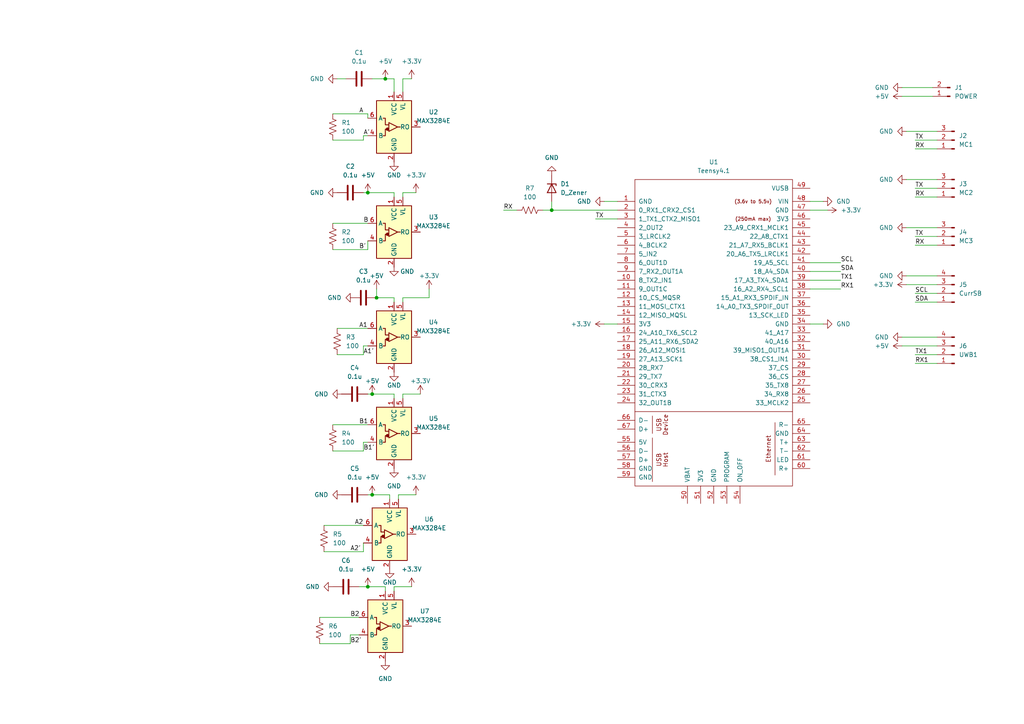
<source format=kicad_sch>
(kicad_sch (version 20211123) (generator eeschema)
  (paper "A4")
  (lib_symbols
    (symbol "Connector:Conn_01x02_Male" (pin_names (offset 1.016) hide)
      (property "Reference" "J" (at 0 2.54 0))
      (property "Value" "Conn_01x02_Male" (at 0 -5.08 0))
      (symbol "Conn_01x02_Male_1_1"
        (polyline (pts (xy 1.27 -2.54) (xy 0.8636 -2.54)) (stroke (width 0.1524)))
        (polyline (pts (xy 1.27 0) (xy 0.8636 0)) (stroke (width 0.1524)))
        (rectangle (start 0.8636 -2.413) (end 0 -2.667) (stroke (width 0.1524)) (fill (type outline)))
        (rectangle (start 0.8636 0.127) (end 0 -0.127) (stroke (width 0.1524)) (fill (type outline)))
        (pin passive line (at 5.08 0 180) (length 3.81) (name "Pin_1") (number "1"))
        (pin passive line (at 5.08 -2.54 180) (length 3.81) (name "Pin_2") (number "2"))
      )
    )
    (symbol "Connector:Conn_01x03_Male" (pin_names (offset 1.016) hide)
      (property "Reference" "J" (at 0 5.08 0))
      (property "Value" "Conn_01x03_Male" (at 0 -5.08 0))
      (symbol "Conn_01x03_Male_1_1"
        (polyline (pts (xy 1.27 -2.54) (xy 0.8636 -2.54)) (stroke (width 0.1524)))
        (polyline (pts (xy 1.27 0) (xy 0.8636 0)) (stroke (width 0.1524)))
        (polyline (pts (xy 1.27 2.54) (xy 0.8636 2.54)) (stroke (width 0.1524)))
        (rectangle (start 0.8636 -2.413) (end 0 -2.667) (stroke (width 0.1524)) (fill (type outline)))
        (rectangle (start 0.8636 0.127) (end 0 -0.127) (stroke (width 0.1524)) (fill (type outline)))
        (rectangle (start 0.8636 2.667) (end 0 2.413) (stroke (width 0.1524)) (fill (type outline)))
        (pin passive line (at 5.08 2.54 180) (length 3.81) (name "Pin_1") (number "1"))
        (pin passive line (at 5.08 0 180) (length 3.81) (name "Pin_2") (number "2"))
        (pin passive line (at 5.08 -2.54 180) (length 3.81) (name "Pin_3") (number "3"))
      )
    )
    (symbol "Connector:Conn_01x04_Male" (pin_names (offset 1.016) hide)
      (property "Reference" "J" (at 0 5.08 0))
      (property "Value" "Conn_01x04_Male" (at 0 -7.62 0))
      (symbol "Conn_01x04_Male_1_1"
        (polyline (pts (xy 1.27 -5.08) (xy 0.8636 -5.08)) (stroke (width 0.1524)))
        (polyline (pts (xy 1.27 -2.54) (xy 0.8636 -2.54)) (stroke (width 0.1524)))
        (polyline (pts (xy 1.27 0) (xy 0.8636 0)) (stroke (width 0.1524)))
        (polyline (pts (xy 1.27 2.54) (xy 0.8636 2.54)) (stroke (width 0.1524)))
        (rectangle (start 0.8636 -4.953) (end 0 -5.207) (stroke (width 0.1524)) (fill (type outline)))
        (rectangle (start 0.8636 -2.413) (end 0 -2.667) (stroke (width 0.1524)) (fill (type outline)))
        (rectangle (start 0.8636 0.127) (end 0 -0.127) (stroke (width 0.1524)) (fill (type outline)))
        (rectangle (start 0.8636 2.667) (end 0 2.413) (stroke (width 0.1524)) (fill (type outline)))
        (pin passive line (at 5.08 2.54 180) (length 3.81) (name "Pin_1") (number "1"))
        (pin passive line (at 5.08 0 180) (length 3.81) (name "Pin_2") (number "2"))
        (pin passive line (at 5.08 -2.54 180) (length 3.81) (name "Pin_3") (number "3"))
        (pin passive line (at 5.08 -5.08 180) (length 3.81) (name "Pin_4") (number "4"))
      )
    )
    (symbol "Device:C" (pin_numbers hide) (pin_names (offset 0.254))
      (property "Reference" "C" (at 0.635 2.54 0))
      (property "Value" "C" (at 0.635 -2.54 0))
      (symbol "C_0_1"
        (polyline (pts (xy -2.032 -0.762) (xy 2.032 -0.762)) (stroke (width 0.508)))
        (polyline (pts (xy -2.032 0.762) (xy 2.032 0.762)) (stroke (width 0.508)))
      )
      (symbol "C_1_1"
        (pin passive line (at 0 3.81 270) (length 2.794) (name "~") (number "1"))
        (pin passive line (at 0 -3.81 90) (length 2.794) (name "~") (number "2"))
      )
    )
    (symbol "Device:D_Zener" (pin_numbers hide) (pin_names (offset 1.016) hide)
      (property "Reference" "D" (at 0 2.54 0))
      (property "Value" "D_Zener" (at 0 -2.54 0))
      (symbol "D_Zener_0_1"
        (polyline (pts (xy 1.27 0) (xy -1.27 0)))
        (polyline (pts (xy -1.27 -1.27) (xy -1.27 1.27) (xy -0.762 1.27)) (stroke (width 0.254)))
        (polyline (pts (xy 1.27 -1.27) (xy 1.27 1.27) (xy -1.27 0) (xy 1.27 -1.27)) (stroke (width 0.254)))
      )
      (symbol "D_Zener_1_1"
        (pin passive line (at -3.81 0 0) (length 2.54) (name "K") (number "1"))
        (pin passive line (at 3.81 0 180) (length 2.54) (name "A") (number "2"))
      )
    )
    (symbol "Device:R_US" (pin_numbers hide) (pin_names (offset 0))
      (property "Reference" "R" (at 2.54 0 90))
      (property "Value" "R_US" (at -2.54 0 90))
      (symbol "R_US_0_1"
        (polyline (pts (xy 0 -2.286) (xy 0 -2.54)))
        (polyline (pts (xy 0 2.286) (xy 0 2.54)))
        (polyline (pts (xy 0 -0.762) (xy 1.016 -1.143) (xy 0 -1.524) (xy -1.016 -1.905) (xy 0 -2.286)))
        (polyline (pts (xy 0 0.762) (xy 1.016 0.381) (xy 0 0) (xy -1.016 -0.381) (xy 0 -0.762)))
        (polyline (pts (xy 0 2.286) (xy 1.016 1.905) (xy 0 1.524) (xy -1.016 1.143) (xy 0 0.762)))
      )
      (symbol "R_US_1_1"
        (pin passive line (at 0 3.81 270) (length 1.27) (name "~") (number "1"))
        (pin passive line (at 0 -3.81 90) (length 1.27) (name "~") (number "2"))
      )
    )
    (symbol "Interface_UART:MAX3284E"
      (property "Reference" "U" (at -3.81 8.89 0))
      (property "Value" "MAX3284E" (at 3.81 8.89 0))
      (symbol "MAX3284E_0_1"
        (rectangle (start -5.08 7.62) (end 5.08 -7.62) (stroke (width 0.254)) (fill (type background)))
        (circle (center -1.905 -0.635) (radius 0.3556) (stroke (width 0.254)) (fill (type outline)))
        (rectangle (start -1.524 0.635) (end -1.524 0.635))
        (polyline (pts (xy 1.778 0) (xy 1.016 0)) (stroke (width 0.254)))
        (polyline (pts (xy -1.905 -0.635) (xy -2.54 -0.635) (xy -2.54 -2.54) (xy -3.175 -2.54)) (stroke (width 0.254)))
        (polyline (pts (xy -1.524 0.635) (xy -2.54 0.635) (xy -2.54 2.54) (xy -3.175 2.54)) (stroke (width 0.254)))
        (polyline (pts (xy 1.016 0) (xy -1.524 1.27) (xy -1.524 -1.27) (xy 1.016 0)) (stroke (width 0.254)))
      )
      (symbol "MAX3284E_1_1"
        (pin power_in line (at 0 10.16 270) (length 2.54) (name "VCC") (number "1"))
        (pin power_in line (at 0 -10.16 90) (length 2.54) (name "GND") (number "2"))
        (pin output line (at 7.62 0 180) (length 2.54) (name "RO") (number "3"))
        (pin input line (at -7.62 -2.54 0) (length 2.54) (name "B") (number "4"))
        (pin power_in line (at 2.54 10.16 270) (length 2.54) (name "VL") (number "5"))
        (pin input line (at -7.62 2.54 0) (length 2.54) (name "A") (number "6"))
      )
    )
    (symbol "Teensy4.1:Teensy4.1" (pin_names (offset 1.016))
      (property "Reference" "U" (at 0 64.77 0))
      (property "Value" "Teensy4.1" (at 0 62.23 0))
      (symbol "Teensy4.1_0_0"
        (polyline (pts (xy -22.86 -6.35) (xy 22.86 -6.35)))
        (polyline (pts (xy -17.78 -26.67) (xy -17.78 -13.97)))
        (polyline (pts (xy -17.78 -7.62) (xy -17.78 -12.7)))
        (polyline (pts (xy 17.78 -9.525) (xy 17.78 -24.765)))
        (text "(250mA max)" (at 11.43 49.53 0) (effects (font (size 1.016 1.016))))
        (text "(3.6v to 5.5v)" (at 11.43 54.61 0) (effects (font (size 1.016 1.016))))
        (text "Device" (at -13.97 -10.16 900) (effects (font (size 1.27 1.27))))
        (text "Ethernet" (at 15.875 -17.145 900) (effects (font (size 1.27 1.27))))
        (text "Host" (at -13.97 -20.32 900) (effects (font (size 1.27 1.27))))
        (text "USB" (at -15.875 -20.32 900) (effects (font (size 1.27 1.27))))
        (text "USB" (at -15.875 -10.16 900) (effects (font (size 1.27 1.27))))
        (pin bidirectional line (at -27.94 31.75 0) (length 5.08) (name "8_TX2_IN1") (number "10"))
        (pin bidirectional line (at -27.94 29.21 0) (length 5.08) (name "9_OUT1C") (number "11"))
        (pin bidirectional line (at -27.94 26.67 0) (length 5.08) (name "10_CS_MQSR") (number "12"))
        (pin bidirectional line (at -27.94 24.13 0) (length 5.08) (name "11_MOSI_CTX1") (number "13"))
        (pin bidirectional line (at -27.94 21.59 0) (length 5.08) (name "12_MISO_MQSL") (number "14"))
        (pin power_in line (at -27.94 19.05 0) (length 5.08) (name "3V3") (number "15"))
        (pin bidirectional line (at -27.94 16.51 0) (length 5.08) (name "24_A10_TX6_SCL2") (number "16"))
        (pin bidirectional line (at -27.94 13.97 0) (length 5.08) (name "25_A11_RX6_SDA2") (number "17"))
        (pin bidirectional line (at -27.94 11.43 0) (length 5.08) (name "26_A12_MOSI1") (number "18"))
        (pin bidirectional line (at -27.94 8.89 0) (length 5.08) (name "27_A13_SCK1") (number "19"))
        (pin bidirectional line (at -27.94 6.35 0) (length 5.08) (name "28_RX7") (number "20"))
        (pin bidirectional line (at -27.94 3.81 0) (length 5.08) (name "29_TX7") (number "21"))
        (pin bidirectional line (at -27.94 1.27 0) (length 5.08) (name "30_CRX3") (number "22"))
        (pin bidirectional line (at -27.94 -1.27 0) (length 5.08) (name "31_CTX3") (number "23"))
        (pin bidirectional line (at -27.94 -3.81 0) (length 5.08) (name "32_OUT1B") (number "24"))
        (pin bidirectional line (at 27.94 -3.81 180) (length 5.08) (name "33_MCLK2") (number "25"))
        (pin bidirectional line (at 27.94 -1.27 180) (length 5.08) (name "34_RX8") (number "26"))
        (pin bidirectional line (at 27.94 1.27 180) (length 5.08) (name "35_TX8") (number "27"))
        (pin bidirectional line (at 27.94 3.81 180) (length 5.08) (name "36_CS") (number "28"))
        (pin bidirectional line (at 27.94 6.35 180) (length 5.08) (name "37_CS") (number "29"))
        (pin bidirectional line (at 27.94 8.89 180) (length 5.08) (name "38_CS1_IN1") (number "30"))
        (pin bidirectional line (at 27.94 11.43 180) (length 5.08) (name "39_MISO1_OUT1A") (number "31"))
        (pin bidirectional line (at 27.94 13.97 180) (length 5.08) (name "40_A16") (number "32"))
        (pin bidirectional line (at 27.94 16.51 180) (length 5.08) (name "41_A17") (number "33"))
        (pin bidirectional line (at 27.94 21.59 180) (length 5.08) (name "13_SCK_LED") (number "35"))
        (pin bidirectional line (at 27.94 24.13 180) (length 5.08) (name "14_A0_TX3_SPDIF_OUT") (number "36"))
        (pin bidirectional line (at 27.94 26.67 180) (length 5.08) (name "15_A1_RX3_SPDIF_IN") (number "37"))
        (pin bidirectional line (at 27.94 29.21 180) (length 5.08) (name "16_A2_RX4_SCL1") (number "38"))
        (pin bidirectional line (at 27.94 31.75 180) (length 5.08) (name "17_A3_TX4_SDA1") (number "39"))
        (pin bidirectional line (at 27.94 34.29 180) (length 5.08) (name "18_A4_SDA") (number "40"))
        (pin bidirectional line (at 27.94 36.83 180) (length 5.08) (name "19_A5_SCL") (number "41"))
        (pin bidirectional line (at 27.94 39.37 180) (length 5.08) (name "20_A6_TX5_LRCLK1") (number "42"))
        (pin bidirectional line (at 27.94 41.91 180) (length 5.08) (name "21_A7_RX5_BCLK1") (number "43"))
        (pin bidirectional line (at 27.94 44.45 180) (length 5.08) (name "22_A8_CTX1") (number "44"))
        (pin bidirectional line (at 27.94 46.99 180) (length 5.08) (name "23_A9_CRX1_MCLK1") (number "45"))
        (pin output line (at 27.94 49.53 180) (length 5.08) (name "3V3") (number "46"))
        (pin output line (at 27.94 52.07 180) (length 5.08) (name "GND") (number "47"))
        (pin power_in line (at 27.94 54.61 180) (length 5.08) (name "VIN") (number "48"))
        (pin power_out line (at 27.94 58.42 180) (length 5.08) (name "VUSB") (number "49"))
        (pin bidirectional line (at -27.94 44.45 0) (length 5.08) (name "3_LRCLK2") (number "5"))
        (pin power_in line (at -7.62 -33.02 90) (length 5.08) (name "VBAT") (number "50"))
        (pin power_in line (at -3.81 -33.02 90) (length 5.08) (name "3V3") (number "51"))
        (pin input line (at 0 -33.02 90) (length 5.08) (name "GND") (number "52"))
        (pin input line (at 3.81 -33.02 90) (length 5.08) (name "PROGRAM") (number "53"))
        (pin input line (at 7.62 -33.02 90) (length 5.08) (name "ON_OFF") (number "54"))
        (pin power_out line (at -27.94 -15.24 0) (length 5.08) (name "5V") (number "55"))
        (pin bidirectional line (at -27.94 -17.78 0) (length 5.08) (name "D-") (number "56"))
        (pin bidirectional line (at -27.94 -20.32 0) (length 5.08) (name "D+") (number "57"))
        (pin power_in line (at -27.94 -22.86 0) (length 5.08) (name "GND") (number "58"))
        (pin power_in line (at -27.94 -25.4 0) (length 5.08) (name "GND") (number "59"))
        (pin bidirectional line (at -27.94 41.91 0) (length 5.08) (name "4_BCLK2") (number "6"))
        (pin bidirectional line (at 27.94 -22.86 180) (length 5.08) (name "R+") (number "60"))
        (pin bidirectional line (at 27.94 -20.32 180) (length 5.08) (name "LED") (number "61"))
        (pin bidirectional line (at 27.94 -17.78 180) (length 5.08) (name "T-") (number "62"))
        (pin bidirectional line (at 27.94 -15.24 180) (length 5.08) (name "T+") (number "63"))
        (pin power_in line (at 27.94 -12.7 180) (length 5.08) (name "GND") (number "64"))
        (pin bidirectional line (at 27.94 -10.16 180) (length 5.08) (name "R-") (number "65"))
        (pin bidirectional line (at -27.94 -8.89 0) (length 5.08) (name "D-") (number "66"))
        (pin bidirectional line (at -27.94 -11.43 0) (length 5.08) (name "D+") (number "67"))
        (pin bidirectional line (at -27.94 39.37 0) (length 5.08) (name "5_IN2") (number "7"))
        (pin bidirectional line (at -27.94 36.83 0) (length 5.08) (name "6_OUT1D") (number "8"))
        (pin bidirectional line (at -27.94 34.29 0) (length 5.08) (name "7_RX2_OUT1A") (number "9"))
      )
      (symbol "Teensy4.1_0_1"
        (rectangle (start -22.86 60.96) (end 22.86 -27.94))
        (rectangle (start -20.32 -1.27) (end -20.32 -1.27))
      )
      (symbol "Teensy4.1_1_1"
        (pin power_in line (at -27.94 54.61 0) (length 5.08) (name "GND") (number "1"))
        (pin bidirectional line (at -27.94 52.07 0) (length 5.08) (name "0_RX1_CRX2_CS1") (number "2"))
        (pin bidirectional line (at -27.94 49.53 0) (length 5.08) (name "1_TX1_CTX2_MISO1") (number "3"))
        (pin power_in line (at 27.94 19.05 180) (length 5.08) (name "GND") (number "34"))
        (pin bidirectional line (at -27.94 46.99 0) (length 5.08) (name "2_OUT2") (number "4"))
      )
    )
    (symbol "power:+3.3V" (power) (pin_names (offset 0))
      (property "Value" "+3.3V" (at 0 3.556 0))
      (symbol "+3.3V_0_1"
        (polyline (pts (xy -0.762 1.27) (xy 0 2.54)))
        (polyline (pts (xy 0 0) (xy 0 2.54)))
        (polyline (pts (xy 0 2.54) (xy 0.762 1.27)))
      )
      (symbol "+3.3V_1_1"
        (pin power_in line (at 0 0 90) (length 0) hide (name "+3.3V") (number "1"))
      )
    )
    (symbol "power:+5V" (power) (pin_names (offset 0))
      (property "Value" "+5V" (at 0 3.556 0))
      (symbol "+5V_0_1"
        (polyline (pts (xy -0.762 1.27) (xy 0 2.54)))
        (polyline (pts (xy 0 0) (xy 0 2.54)))
        (polyline (pts (xy 0 2.54) (xy 0.762 1.27)))
      )
      (symbol "+5V_1_1"
        (pin power_in line (at 0 0 90) (length 0) hide (name "+5V") (number "1"))
      )
    )
    (symbol "power:GND" (power) (pin_names (offset 0))
      (property "Value" "GND" (at 0 -3.81 0))
      (symbol "GND_0_1"
        (polyline (pts (xy 0 0) (xy 0 -1.27) (xy 1.27 -1.27) (xy 0 -2.54) (xy -1.27 -1.27) (xy 0 -1.27)))
      )
      (symbol "GND_1_1"
        (pin power_in line (at 0 0 270) (length 0) hide (name "GND") (number "1"))
      )
    )
  )
  (junction (at 107.95 114.3))
  (junction (at 109.22 86.36))
  (junction (at 111.76 22.86))
  (junction (at 106.68 170.18))
  (junction (at 107.95 143.51))
  (junction (at 160.02 60.96))
  (junction (at 106.68 55.88))
  (wire (pts (xy 160.02 60.96) (xy 179.07 60.96)))
  (wire (pts (xy 105.41 40.64) (xy 96.52 40.64)))
  (wire (pts (xy 261.62 100.33) (xy 271.78 100.33)))
  (wire (pts (xy 107.95 22.86) (xy 111.76 22.86)))
  (wire (pts (xy 234.95 78.74) (xy 243.84 78.74)))
  (wire (pts (xy 265.43 54.61) (xy 271.78 54.61)))
  (wire (pts (xy 261.62 25.4) (xy 270.51 25.4)))
  (wire (pts (xy 265.43 87.63) (xy 271.78 87.63)))
  (wire (pts (xy 113.03 143.51) (xy 107.95 143.51)))
  (wire (pts (xy 96.52 130.81) (xy 105.41 130.81)))
  (wire (pts (xy 175.26 93.98) (xy 179.07 93.98)))
  (wire (pts (xy 105.41 55.88) (xy 106.68 55.88)))
  (wire (pts (xy 105.41 160.02) (xy 93.98 160.02)))
  (wire (pts (xy 265.43 71.12) (xy 271.78 71.12)))
  (wire (pts (xy 265.43 85.09) (xy 271.78 85.09)))
  (wire (pts (xy 160.02 58.42) (xy 160.02 60.96)))
  (wire (pts (xy 105.41 102.87) (xy 105.41 100.33)))
  (wire (pts (xy 97.79 102.87) (xy 105.41 102.87)))
  (wire (pts (xy 93.98 152.4) (xy 105.41 152.4)))
  (wire (pts (xy 262.89 80.01) (xy 271.78 80.01)))
  (wire (pts (xy 234.95 81.28) (xy 243.84 81.28)))
  (wire (pts (xy 265.43 102.87) (xy 271.78 102.87)))
  (wire (pts (xy 105.41 157.48) (xy 105.41 160.02)))
  (wire (pts (xy 105.41 39.37) (xy 105.41 40.64)))
  (wire (pts (xy 234.95 93.98) (xy 238.76 93.98)))
  (wire (pts (xy 261.62 27.94) (xy 270.51 27.94)))
  (wire (pts (xy 175.26 58.42) (xy 179.07 58.42)))
  (wire (pts (xy 115.57 144.78) (xy 115.57 143.51)))
  (wire (pts (xy 115.57 143.51) (xy 120.65 143.51)))
  (wire (pts (xy 262.89 52.07) (xy 271.78 52.07)))
  (wire (pts (xy 97.79 22.86) (xy 100.33 22.86)))
  (wire (pts (xy 234.95 83.82) (xy 243.84 83.82)))
  (wire (pts (xy 124.46 86.36) (xy 124.46 83.82)))
  (wire (pts (xy 262.89 66.04) (xy 271.78 66.04)))
  (wire (pts (xy 97.79 95.25) (xy 106.68 95.25)))
  (wire (pts (xy 96.52 64.77) (xy 106.68 64.77)))
  (wire (pts (xy 172.72 63.5) (xy 179.07 63.5)))
  (wire (pts (xy 104.14 170.18) (xy 106.68 170.18)))
  (wire (pts (xy 116.84 22.86) (xy 119.38 22.86)))
  (wire (pts (xy 265.43 57.15) (xy 271.78 57.15)))
  (wire (pts (xy 105.41 130.81) (xy 105.41 128.27)))
  (wire (pts (xy 114.3 26.67) (xy 114.3 22.86)))
  (wire (pts (xy 116.84 26.67) (xy 116.84 22.86)))
  (wire (pts (xy 114.3 86.36) (xy 109.22 86.36)))
  (wire (pts (xy 157.48 60.96) (xy 160.02 60.96)))
  (wire (pts (xy 234.95 58.42) (xy 238.76 58.42)))
  (wire (pts (xy 261.62 97.79) (xy 271.78 97.79)))
  (wire (pts (xy 104.14 184.15) (xy 101.6 184.15)))
  (wire (pts (xy 265.43 43.18) (xy 271.78 43.18)))
  (wire (pts (xy 106.68 55.88) (xy 114.3 55.88)))
  (wire (pts (xy 114.3 114.3) (xy 107.95 114.3)))
  (wire (pts (xy 116.84 57.15) (xy 116.84 55.88)))
  (wire (pts (xy 114.3 87.63) (xy 114.3 86.36)))
  (wire (pts (xy 114.3 170.18) (xy 119.38 170.18)))
  (wire (pts (xy 262.89 82.55) (xy 271.78 82.55)))
  (wire (pts (xy 105.41 100.33) (xy 106.68 100.33)))
  (wire (pts (xy 262.89 38.1) (xy 271.78 38.1)))
  (wire (pts (xy 146.05 60.96) (xy 149.86 60.96)))
  (wire (pts (xy 96.52 123.19) (xy 106.68 123.19)))
  (wire (pts (xy 101.6 184.15) (xy 101.6 186.69)))
  (wire (pts (xy 265.43 40.64) (xy 271.78 40.64)))
  (wire (pts (xy 114.3 22.86) (xy 111.76 22.86)))
  (wire (pts (xy 106.68 114.3) (xy 107.95 114.3)))
  (wire (pts (xy 106.68 143.51) (xy 107.95 143.51)))
  (wire (pts (xy 234.95 76.2) (xy 243.84 76.2)))
  (wire (pts (xy 113.03 144.78) (xy 113.03 143.51)))
  (wire (pts (xy 114.3 171.45) (xy 114.3 170.18)))
  (wire (pts (xy 109.22 86.36) (xy 109.22 83.82)))
  (wire (pts (xy 114.3 57.15) (xy 114.3 55.88)))
  (wire (pts (xy 111.76 171.45) (xy 111.76 170.18)))
  (wire (pts (xy 92.71 179.07) (xy 104.14 179.07)))
  (wire (pts (xy 116.84 115.57) (xy 116.84 114.3)))
  (wire (pts (xy 234.95 60.96) (xy 240.03 60.96)))
  (wire (pts (xy 116.84 55.88) (xy 120.65 55.88)))
  (wire (pts (xy 116.84 114.3) (xy 121.92 114.3)))
  (wire (pts (xy 105.41 128.27) (xy 106.68 128.27)))
  (wire (pts (xy 265.43 68.58) (xy 271.78 68.58)))
  (wire (pts (xy 116.84 86.36) (xy 124.46 86.36)))
  (wire (pts (xy 111.76 170.18) (xy 106.68 170.18)))
  (wire (pts (xy 265.43 105.41) (xy 271.78 105.41)))
  (wire (pts (xy 106.68 33.02) (xy 106.68 34.29)))
  (wire (pts (xy 96.52 33.02) (xy 106.68 33.02)))
  (wire (pts (xy 96.52 72.39) (xy 106.68 72.39)))
  (wire (pts (xy 101.6 186.69) (xy 92.71 186.69)))
  (wire (pts (xy 114.3 115.57) (xy 114.3 114.3)))
  (wire (pts (xy 106.68 72.39) (xy 106.68 69.85)))
  (wire (pts (xy 106.68 39.37) (xy 105.41 39.37)))
  (wire (pts (xy 116.84 87.63) (xy 116.84 86.36)))
  (label "RX" (at 146.05 60.96 0))
  (label "A" (at 104.14 33.02 0))
  (label "A2" (at 102.87 152.4 0))
  (label "TX" (at 172.72 63.5 0))
  (label "B1'" (at 105.41 130.81 0))
  (label "B'" (at 104.14 72.39 0))
  (label "TX1" (at 243.84 81.28 0))
  (label "A'" (at 105.41 39.37 0))
  (label "SCL" (at 265.43 85.09 0))
  (label "RX" (at 265.43 57.15 0))
  (label "TX" (at 265.43 54.61 0))
  (label "TX1" (at 265.43 102.87 0))
  (label "RX1" (at 265.43 105.41 0))
  (label "B1" (at 104.14 123.19 0))
  (label "SCL" (at 243.84 76.2 0))
  (label "SDA" (at 265.43 87.63 0))
  (label "RX" (at 265.43 71.12 0))
  (label "TX" (at 265.43 68.58 0))
  (label "A2'" (at 101.6 160.02 0))
  (label "TX" (at 265.43 40.64 0))
  (label "RX" (at 265.43 43.18 0))
  (label "RX1" (at 243.84 83.82 0))
  (label "B2'" (at 101.6 186.69 0))
  (label "B2" (at 101.6 179.07 0))
  (label "A1'" (at 105.41 102.87 0))
  (label "A1" (at 104.14 95.25 0))
  (label "SDA" (at 243.84 78.74 0))
  (label "B" (at 105.41 64.77 0))
  (symbol (lib_id "power:GND") (at 262.89 80.01 270) (unit 1)
    (property "Reference" "#PWR?" (effects hide))
    (property "Value" "GND" (at 259.08 80.0099 90) (effects (justify right)))
  )
  (symbol (lib_id "Device:C") (at 104.14 22.86 90) (unit 1)
    (property "Reference" "C1" (at 104.14 15.24 90))
    (property "Value" "0.1u" (at 104.14 17.78 90))
  )
  (symbol (lib_id "Connector:Conn_01x03_Male") (at 276.86 40.64 180) (unit 1)
    (property "Reference" "J2" (at 278.13 39.3699 0) (effects (justify right)))
    (property "Value" "MC1" (at 278.13 41.9099 0) (effects (justify right)))
  )
  (symbol (lib_id "Interface_UART:MAX3284E") (at 114.3 36.83 0) (unit 1)
    (property "Reference" "U2" (at 125.73 32.4993 0))
    (property "Value" "MAX3284E" (at 125.73 35.0393 0))
    (property "Footprint" "Package_TO_SOT_SMD:SOT-23-6" (effects hide))
    (property "Datasheet" "https://datasheets.maximintegrated.com/en/ds/MAX3280E-MAX3284E.pdf" (effects hide))
  )
  (symbol (lib_id "power:+5V") (at 261.62 27.94 90) (unit 1)
    (property "Reference" "#PWR?" (effects hide))
    (property "Value" "+5V" (at 257.81 27.9399 90) (effects (justify left)))
  )
  (symbol (lib_id "power:GND") (at 262.89 38.1 270) (unit 1)
    (property "Reference" "#PWR?" (effects hide))
    (property "Value" "GND" (at 259.08 38.0999 90) (effects (justify right)))
  )
  (symbol (lib_id "power:+3.3V") (at 119.38 22.86 0) (unit 1)
    (property "Reference" "#PWR?" (effects hide))
    (property "Value" "+3.3V" (at 119.38 17.78 0))
  )
  (symbol (lib_id "Device:C") (at 105.41 86.36 90) (unit 1)
    (property "Reference" "C3" (at 105.41 78.74 90))
    (property "Value" "0.1u" (at 105.41 81.28 90))
  )
  (symbol (lib_id "power:GND") (at 114.3 46.99 0) (unit 1)
    (property "Reference" "#PWR?" (effects hide))
    (property "Value" "GND" (at 114.3 50.8 0))
  )
  (symbol (lib_id "Interface_UART:MAX3284E") (at 111.76 181.61 0) (unit 1)
    (property "Reference" "U7" (at 123.19 177.2793 0))
    (property "Value" "MAX3284E" (at 123.19 179.8193 0))
    (property "Footprint" "Package_TO_SOT_SMD:SOT-23-6" (effects hide))
    (property "Datasheet" "https://datasheets.maximintegrated.com/en/ds/MAX3280E-MAX3284E.pdf" (effects hide))
  )
  (symbol (lib_id "Connector:Conn_01x02_Male") (at 275.59 27.94 180) (unit 1)
    (property "Reference" "J1" (at 276.86 25.3999 0) (effects (justify right)))
    (property "Value" "POWER" (at 276.86 27.9399 0) (effects (justify right)))
  )
  (symbol (lib_id "power:+5V") (at 109.22 83.82 0) (unit 1)
    (property "Reference" "#PWR?" (effects hide))
    (property "Value" "+5V" (at 109.22 80.01 0))
  )
  (symbol (lib_id "Connector:Conn_01x03_Male") (at 276.86 54.61 180) (unit 1)
    (property "Reference" "J3" (at 278.13 53.3399 0) (effects (justify right)))
    (property "Value" "MC2" (at 278.13 55.8799 0) (effects (justify right)))
  )
  (symbol (lib_id "power:+3.3V") (at 121.92 114.3 0) (unit 1)
    (property "Reference" "#PWR?" (effects hide))
    (property "Value" "+3.3V" (at 121.92 110.49 0))
  )
  (symbol (lib_id "power:+3.3V") (at 262.89 82.55 90) (unit 1)
    (property "Reference" "#PWR?" (effects hide))
    (property "Value" "+3.3V" (at 259.08 82.5499 90) (effects (justify left)))
  )
  (symbol (lib_id "Device:C") (at 101.6 55.88 90) (unit 1)
    (property "Reference" "C2" (at 101.6 48.26 90))
    (property "Value" "0.1u" (at 101.6 50.8 90))
  )
  (symbol (lib_id "power:+5V") (at 106.68 55.88 0) (unit 1)
    (property "Reference" "#PWR?" (effects hide))
    (property "Value" "+5V" (at 106.68 50.8 0))
  )
  (symbol (lib_id "power:+3.3V") (at 120.65 55.88 0) (unit 1)
    (property "Reference" "#PWR?" (effects hide))
    (property "Value" "+3.3V" (at 120.65 50.8 0))
  )
  (symbol (lib_id "power:GND") (at 261.62 97.79 270) (unit 1)
    (property "Reference" "#PWR?" (effects hide))
    (property "Value" "GND" (at 257.81 97.7899 90) (effects (justify right)))
  )
  (symbol (lib_id "power:GND") (at 111.76 191.77 0) (unit 1)
    (property "Reference" "#PWR?" (effects hide))
    (property "Value" "GND" (at 111.76 196.85 0))
  )
  (symbol (lib_id "Connector:Conn_01x04_Male") (at 276.86 102.87 180) (unit 1)
    (property "Reference" "J6" (at 278.13 100.3299 0) (effects (justify right)))
    (property "Value" "UWB1" (at 278.13 102.8699 0) (effects (justify right)))
  )
  (symbol (lib_id "Connector:Conn_01x04_Male") (at 276.86 85.09 180) (unit 1)
    (property "Reference" "J5" (at 278.13 82.5499 0) (effects (justify right)))
    (property "Value" "CurrSB" (at 278.13 85.09 0) (effects (justify right)))
  )
  (symbol (lib_id "power:+3.3V") (at 124.46 83.82 0) (unit 1)
    (property "Reference" "#PWR?" (effects hide))
    (property "Value" "+3.3V" (at 124.46 80.01 0))
  )
  (symbol (lib_id "Teensy4.1:Teensy4.1") (at 207.01 113.03 0) (unit 1)
    (property "Reference" "U1" (at 207.01 46.99 0))
    (property "Value" "Teensy4.1" (at 207.01 49.53 0))
  )
  (symbol (lib_id "power:GND") (at 175.26 58.42 270) (unit 1)
    (property "Reference" "#PWR?" (effects hide))
    (property "Value" "GND" (at 171.45 58.4199 90) (effects (justify right)))
  )
  (symbol (lib_id "Interface_UART:MAX3284E") (at 113.03 154.94 0) (unit 1)
    (property "Reference" "U6" (at 124.46 150.6093 0))
    (property "Value" "MAX3284E" (at 124.46 153.1493 0))
    (property "Footprint" "Package_TO_SOT_SMD:SOT-23-6" (effects hide))
    (property "Datasheet" "https://datasheets.maximintegrated.com/en/ds/MAX3280E-MAX3284E.pdf" (effects hide))
  )
  (symbol (lib_id "power:GND") (at 96.52 170.18 270) (unit 1)
    (property "Reference" "#PWR?" (effects hide))
    (property "Value" "GND" (at 92.71 170.1799 90) (effects (justify right)))
  )
  (symbol (lib_id "power:GND") (at 238.76 93.98 90) (unit 1)
    (property "Reference" "#PWR?" (effects hide))
    (property "Value" "GND" (at 242.57 93.9799 90) (effects (justify right)))
  )
  (symbol (lib_id "power:GND") (at 160.02 50.8 180) (unit 1)
    (property "Reference" "#PWR?" (effects hide))
    (property "Value" "GND" (at 160.02 45.72 0))
  )
  (symbol (lib_id "power:GND") (at 113.03 165.1 0) (unit 1)
    (property "Reference" "#PWR?" (effects hide))
    (property "Value" "GND" (at 113.03 168.91 0))
  )
  (symbol (lib_id "power:GND") (at 262.89 66.04 270) (unit 1)
    (property "Reference" "#PWR?" (effects hide))
    (property "Value" "GND" (at 259.08 66.0399 90) (effects (justify right)))
  )
  (symbol (lib_id "Interface_UART:MAX3284E") (at 114.3 97.79 0) (unit 1)
    (property "Reference" "U4" (at 125.73 93.4593 0))
    (property "Value" "MAX3284E" (at 125.73 95.9993 0))
    (property "Footprint" "Package_TO_SOT_SMD:SOT-23-6" (effects hide))
    (property "Datasheet" "https://datasheets.maximintegrated.com/en/ds/MAX3280E-MAX3284E.pdf" (effects hide))
  )
  (symbol (lib_id "power:+3.3V") (at 119.38 170.18 0) (unit 1)
    (property "Reference" "#PWR?" (effects hide))
    (property "Value" "+3.3V" (at 119.38 165.1 0))
  )
  (symbol (lib_id "Device:R_US") (at 93.98 156.21 0) (unit 1)
    (property "Reference" "R5" (at 96.52 154.9399 0) (effects (justify left)))
    (property "Value" "100" (at 96.52 157.4799 0) (effects (justify left)))
  )
  (symbol (lib_id "Interface_UART:MAX3284E") (at 114.3 67.31 0) (unit 1)
    (property "Reference" "U3" (at 125.73 62.9793 0))
    (property "Value" "MAX3284E" (at 125.73 65.5193 0))
    (property "Footprint" "Package_TO_SOT_SMD:SOT-23-6" (effects hide))
    (property "Datasheet" "https://datasheets.maximintegrated.com/en/ds/MAX3280E-MAX3284E.pdf" (effects hide))
  )
  (symbol (lib_id "Device:D_Zener") (at 160.02 54.61 270) (unit 1)
    (property "Reference" "D1" (at 162.56 53.3399 90) (effects (justify left)))
    (property "Value" "D_Zener" (at 162.56 55.8799 90) (effects (justify left)))
  )
  (symbol (lib_id "power:GND") (at 261.62 25.4 270) (unit 1)
    (property "Reference" "#PWR?" (effects hide))
    (property "Value" "GND" (at 257.81 25.3999 90) (effects (justify right)))
  )
  (symbol (lib_id "power:GND") (at 262.89 52.07 270) (unit 1)
    (property "Reference" "#PWR?" (effects hide))
    (property "Value" "GND" (at 259.08 52.0699 90) (effects (justify right)))
  )
  (symbol (lib_id "power:GND") (at 238.76 58.42 90) (unit 1)
    (property "Reference" "#PWR?" (effects hide))
    (property "Value" "GND" (at 242.57 58.4199 90) (effects (justify right)))
  )
  (symbol (lib_id "power:GND") (at 99.06 114.3 270) (unit 1)
    (property "Reference" "#PWR?" (effects hide))
    (property "Value" "GND" (at 95.25 114.2999 90) (effects (justify right)))
  )
  (symbol (lib_id "power:GND") (at 97.79 22.86 270) (unit 1)
    (property "Reference" "#PWR?" (effects hide))
    (property "Value" "GND" (at 93.98 22.8599 90) (effects (justify right)))
  )
  (symbol (lib_id "Device:C") (at 102.87 114.3 90) (unit 1)
    (property "Reference" "C4" (at 102.87 106.68 90))
    (property "Value" "0.1u" (at 102.87 109.22 90))
  )
  (symbol (lib_id "power:+5V") (at 261.62 100.33 90) (unit 1)
    (property "Reference" "#PWR?" (effects hide))
    (property "Value" "+5V" (at 257.81 100.3299 90) (effects (justify left)))
  )
  (symbol (lib_id "Device:R_US") (at 153.67 60.96 270) (unit 1)
    (property "Reference" "R7" (at 153.67 54.61 90))
    (property "Value" "100" (at 153.67 57.15 90))
  )
  (symbol (lib_id "Device:R_US") (at 97.79 99.06 0) (unit 1)
    (property "Reference" "R3" (at 100.33 97.7899 0) (effects (justify left)))
    (property "Value" "100" (at 100.33 100.3299 0) (effects (justify left)))
  )
  (symbol (lib_id "power:+3.3V") (at 240.03 60.96 270) (unit 1)
    (property "Reference" "#PWR?" (effects hide))
    (property "Value" "+3.3V" (at 243.84 60.9599 90) (effects (justify left)))
  )
  (symbol (lib_id "power:GND") (at 99.06 143.51 270) (unit 1)
    (property "Reference" "#PWR?" (effects hide))
    (property "Value" "GND" (at 95.25 143.5099 90) (effects (justify right)))
  )
  (symbol (lib_id "Connector:Conn_01x03_Male") (at 276.86 68.58 180) (unit 1)
    (property "Reference" "J4" (at 278.13 67.3099 0) (effects (justify right)))
    (property "Value" "MC3" (at 278.13 69.8499 0) (effects (justify right)))
  )
  (symbol (lib_id "Device:R_US") (at 96.52 68.58 0) (unit 1)
    (property "Reference" "R2" (at 99.06 67.3099 0) (effects (justify left)))
    (property "Value" "100" (at 99.06 69.8499 0) (effects (justify left)))
  )
  (symbol (lib_id "power:GND") (at 114.3 135.89 0) (unit 1)
    (property "Reference" "#PWR?" (effects hide))
    (property "Value" "GND" (at 114.3 140.97 0))
  )
  (symbol (lib_id "power:GND") (at 114.3 77.47 0) (unit 1)
    (property "Reference" "#PWR?" (effects hide))
    (property "Value" "GND" (at 118.11 78.74 0))
  )
  (symbol (lib_id "power:+3.3V") (at 175.26 93.98 90) (unit 1)
    (property "Reference" "#PWR?" (effects hide))
    (property "Value" "+3.3V" (at 171.45 93.9799 90) (effects (justify left)))
  )
  (symbol (lib_id "power:+5V") (at 107.95 143.51 0) (unit 1)
    (property "Reference" "#PWR?" (effects hide))
    (property "Value" "+5V" (at 107.95 138.43 0))
  )
  (symbol (lib_id "power:GND") (at 114.3 107.95 0) (unit 1)
    (property "Reference" "#PWR?" (effects hide))
    (property "Value" "GND" (at 114.3 111.76 0))
  )
  (symbol (lib_id "power:+5V") (at 111.76 22.86 0) (unit 1)
    (property "Reference" "#PWR?" (effects hide))
    (property "Value" "+5V" (at 111.76 17.78 0))
  )
  (symbol (lib_id "Interface_UART:MAX3284E") (at 114.3 125.73 0) (unit 1)
    (property "Reference" "U5" (at 125.73 121.3993 0))
    (property "Value" "MAX3284E" (at 125.73 123.9393 0))
    (property "Footprint" "Package_TO_SOT_SMD:SOT-23-6" (effects hide))
    (property "Datasheet" "https://datasheets.maximintegrated.com/en/ds/MAX3280E-MAX3284E.pdf" (effects hide))
  )
  (symbol (lib_id "power:+5V") (at 106.68 170.18 0) (unit 1)
    (property "Reference" "#PWR?" (effects hide))
    (property "Value" "+5V" (at 106.68 165.1 0))
  )
  (symbol (lib_id "Device:C") (at 102.87 143.51 90) (unit 1)
    (property "Reference" "C5" (at 102.87 135.89 90))
    (property "Value" "0.1u" (at 102.87 138.43 90))
  )
  (symbol (lib_id "Device:R_US") (at 96.52 127 0) (unit 1)
    (property "Reference" "R4" (at 99.06 125.7299 0) (effects (justify left)))
    (property "Value" "100" (at 99.06 128.2699 0) (effects (justify left)))
  )
  (symbol (lib_id "Device:C") (at 100.33 170.18 270) (unit 1)
    (property "Reference" "C6" (at 100.33 162.56 90))
    (property "Value" "0.1u" (at 100.33 165.1 90))
  )
  (symbol (lib_id "power:+5V") (at 107.95 114.3 0) (unit 1)
    (property "Reference" "#PWR?" (effects hide))
    (property "Value" "+5V" (at 107.95 110.49 0))
  )
  (symbol (lib_id "Device:R_US") (at 92.71 182.88 0) (unit 1)
    (property "Reference" "R6" (at 95.25 181.6099 0) (effects (justify left)))
    (property "Value" "100" (at 95.25 184.1499 0) (effects (justify left)))
  )
  (symbol (lib_id "power:GND") (at 97.79 55.88 270) (unit 1)
    (property "Reference" "#PWR?" (effects hide))
    (property "Value" "GND" (at 93.98 55.8799 90) (effects (justify right)))
  )
  (symbol (lib_id "power:GND") (at 102.87 86.36 270) (unit 1)
    (property "Reference" "#PWR?" (effects hide))
    (property "Value" "GND" (at 99.06 86.3599 90) (effects (justify right)))
  )
  (symbol (lib_id "power:+3.3V") (at 120.65 143.51 0) (unit 1)
    (property "Reference" "#PWR?" (effects hide))
    (property "Value" "+3.3V" (at 120.65 138.43 0))
  )
  (symbol (lib_id "Device:R_US") (at 96.52 36.83 0) (unit 1)
    (property "Reference" "R1" (at 99.06 35.5599 0) (effects (justify left)))
    (property "Value" "100" (at 99.06 38.0999 0) (effects (justify left)))
  )
)
</source>
